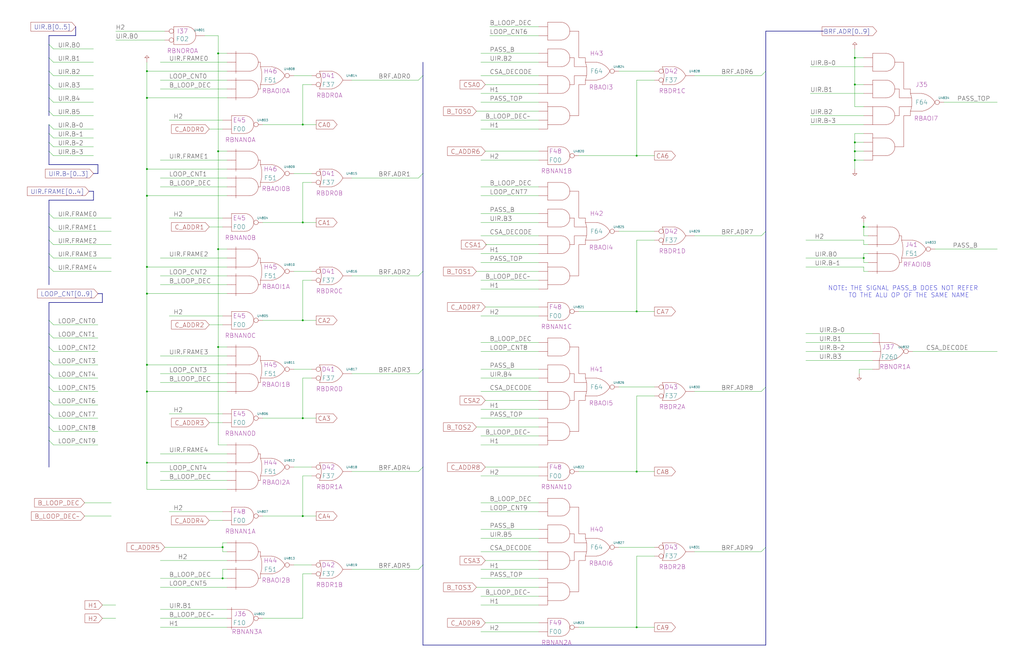
<source format=kicad_sch>
(kicad_sch (version 20211123) (generator eeschema)
  (paper "User" 584.2 378.46)
  (title_block (title "REGISTER FILE CONTROL\\nB ADDRESS GENERATION") (date "15-MAR-90") (rev "1.0") (comment 1 "TYPE") (comment 2 "232-003062") (comment 3 "S400") (comment 4 "RELEASED"))
  (bus (pts (xy 241.3 154.94) (xy 241.3 210.82)))
  (bus (pts (xy 241.3 210.82) (xy 241.3 266.7)))
  (bus (pts (xy 241.3 266.7) (xy 241.3 322.58)))
  (bus (pts (xy 241.3 322.58) (xy 241.3 368.3)))
  (bus (pts (xy 241.3 35.56) (xy 241.3 43.18)))
  (bus (pts (xy 241.3 368.3) (xy 436.88 368.3)))
  (bus (pts (xy 241.3 43.18) (xy 241.3 99.06)))
  (bus (pts (xy 241.3 99.06) (xy 241.3 154.94)))
  (bus (pts (xy 27.94 114.3) (xy 27.94 121.92)))
  (bus (pts (xy 27.94 121.92) (xy 27.94 129.54)))
  (bus (pts (xy 27.94 129.54) (xy 27.94 137.16)))
  (bus (pts (xy 27.94 137.16) (xy 27.94 144.78)))
  (bus (pts (xy 27.94 144.78) (xy 27.94 152.4)))
  (bus (pts (xy 27.94 152.4) (xy 27.94 162.56)))
  (bus (pts (xy 27.94 172.72) (xy 27.94 182.88)))
  (bus (pts (xy 27.94 182.88) (xy 27.94 190.5)))
  (bus (pts (xy 27.94 190.5) (xy 27.94 198.12)))
  (bus (pts (xy 27.94 198.12) (xy 27.94 205.74)))
  (bus (pts (xy 27.94 20.32) (xy 27.94 25.4)))
  (bus (pts (xy 27.94 205.74) (xy 27.94 213.36)))
  (bus (pts (xy 27.94 213.36) (xy 27.94 220.98)))
  (bus (pts (xy 27.94 220.98) (xy 27.94 228.6)))
  (bus (pts (xy 27.94 228.6) (xy 27.94 236.22)))
  (bus (pts (xy 27.94 236.22) (xy 27.94 243.84)))
  (bus (pts (xy 27.94 243.84) (xy 27.94 251.46)))
  (bus (pts (xy 27.94 25.4) (xy 27.94 33.02)))
  (bus (pts (xy 27.94 251.46) (xy 27.94 266.7)))
  (bus (pts (xy 27.94 33.02) (xy 27.94 40.64)))
  (bus (pts (xy 27.94 40.64) (xy 27.94 48.26)))
  (bus (pts (xy 27.94 48.26) (xy 27.94 55.88)))
  (bus (pts (xy 27.94 55.88) (xy 27.94 63.5)))
  (bus (pts (xy 27.94 63.5) (xy 27.94 66.04)))
  (bus (pts (xy 27.94 71.12) (xy 27.94 76.2)))
  (bus (pts (xy 27.94 76.2) (xy 27.94 81.28)))
  (bus (pts (xy 27.94 81.28) (xy 27.94 86.36)))
  (bus (pts (xy 27.94 86.36) (xy 27.94 93.98)))
  (bus (pts (xy 43.18 15.24) (xy 43.18 20.32)))
  (bus (pts (xy 43.18 20.32) (xy 27.94 20.32)))
  (bus (pts (xy 436.88 132.08) (xy 436.88 220.98)))
  (bus (pts (xy 436.88 17.78) (xy 436.88 40.64)))
  (bus (pts (xy 436.88 17.78) (xy 469.9 17.78)))
  (bus (pts (xy 436.88 220.98) (xy 436.88 312.42)))
  (bus (pts (xy 436.88 312.42) (xy 436.88 368.3)))
  (bus (pts (xy 436.88 40.64) (xy 436.88 132.08)))
  (bus (pts (xy 50.8 109.22) (xy 53.34 109.22)))
  (bus (pts (xy 53.34 109.22) (xy 53.34 114.3)))
  (bus (pts (xy 53.34 114.3) (xy 27.94 114.3)))
  (bus (pts (xy 53.34 99.06) (xy 55.88 99.06)))
  (bus (pts (xy 55.88 167.64) (xy 58.42 167.64)))
  (bus (pts (xy 55.88 93.98) (xy 27.94 93.98)))
  (bus (pts (xy 55.88 99.06) (xy 55.88 93.98)))
  (bus (pts (xy 58.42 167.64) (xy 58.42 172.72)))
  (bus (pts (xy 58.42 172.72) (xy 27.94 172.72)))
  (wire (pts (xy 116.84 20.32) (xy 124.46 20.32)))
  (wire (pts (xy 119.38 129.54) (xy 127 129.54)))
  (wire (pts (xy 119.38 185.42) (xy 127 185.42)))
  (wire (pts (xy 119.38 241.3) (xy 127 241.3)))
  (wire (pts (xy 119.38 297.18) (xy 127 297.18)))
  (wire (pts (xy 119.38 73.66) (xy 127 73.66)))
  (wire (pts (xy 124.46 142.24) (xy 124.46 198.12)))
  (wire (pts (xy 124.46 142.24) (xy 129.54 142.24)))
  (wire (pts (xy 124.46 198.12) (xy 124.46 254)))
  (wire (pts (xy 124.46 198.12) (xy 129.54 198.12)))
  (wire (pts (xy 124.46 20.32) (xy 124.46 30.48)))
  (wire (pts (xy 124.46 254) (xy 129.54 254)))
  (wire (pts (xy 124.46 30.48) (xy 124.46 86.36)))
  (wire (pts (xy 124.46 30.48) (xy 129.54 30.48)))
  (wire (pts (xy 124.46 86.36) (xy 124.46 142.24)))
  (wire (pts (xy 124.46 86.36) (xy 129.54 86.36)))
  (wire (pts (xy 127 309.88) (xy 129.54 309.88)))
  (wire (pts (xy 127 312.42) (xy 127 309.88)))
  (wire (pts (xy 127 314.96) (xy 127 312.42)))
  (wire (pts (xy 127 325.12) (xy 127 330.2)))
  (wire (pts (xy 127 330.2) (xy 129.54 330.2)))
  (wire (pts (xy 129.54 111.76) (xy 83.82 111.76)))
  (wire (pts (xy 129.54 167.64) (xy 83.82 167.64)))
  (wire (pts (xy 129.54 223.52) (xy 83.82 223.52)))
  (wire (pts (xy 129.54 279.4) (xy 83.82 279.4)))
  (wire (pts (xy 129.54 314.96) (xy 127 314.96)))
  (wire (pts (xy 129.54 325.12) (xy 127 325.12)))
  (wire (pts (xy 129.54 55.88) (xy 83.82 55.88)))
  (wire (pts (xy 149.86 127) (xy 172.72 127)))
  (wire (pts (xy 149.86 182.88) (xy 172.72 182.88)))
  (wire (pts (xy 149.86 238.76) (xy 172.72 238.76)))
  (wire (pts (xy 149.86 294.64) (xy 172.72 294.64)))
  (wire (pts (xy 149.86 353.06) (xy 172.72 353.06)))
  (wire (pts (xy 149.86 71.12) (xy 172.72 71.12)))
  (wire (pts (xy 167.64 154.94) (xy 177.8 154.94)))
  (wire (pts (xy 167.64 210.82) (xy 177.8 210.82)))
  (wire (pts (xy 167.64 266.7) (xy 177.8 266.7)))
  (wire (pts (xy 167.64 322.58) (xy 177.8 322.58)))
  (wire (pts (xy 167.64 43.18) (xy 177.8 43.18)))
  (wire (pts (xy 167.64 99.06) (xy 177.8 99.06)))
  (wire (pts (xy 172.72 104.14) (xy 172.72 127)))
  (wire (pts (xy 172.72 127) (xy 180.34 127)))
  (wire (pts (xy 172.72 160.02) (xy 172.72 182.88)))
  (wire (pts (xy 172.72 182.88) (xy 180.34 182.88)))
  (wire (pts (xy 172.72 215.9) (xy 172.72 238.76)))
  (wire (pts (xy 172.72 238.76) (xy 180.34 238.76)))
  (wire (pts (xy 172.72 271.78) (xy 172.72 294.64)))
  (wire (pts (xy 172.72 294.64) (xy 180.34 294.64)))
  (wire (pts (xy 172.72 327.66) (xy 172.72 353.06)))
  (wire (pts (xy 172.72 48.26) (xy 172.72 71.12)))
  (wire (pts (xy 172.72 71.12) (xy 180.34 71.12)))
  (wire (pts (xy 177.8 104.14) (xy 172.72 104.14)))
  (wire (pts (xy 177.8 160.02) (xy 172.72 160.02)))
  (wire (pts (xy 177.8 215.9) (xy 172.72 215.9)))
  (wire (pts (xy 177.8 271.78) (xy 172.72 271.78)))
  (wire (pts (xy 177.8 327.66) (xy 172.72 327.66)))
  (wire (pts (xy 177.8 48.26) (xy 172.72 48.26)))
  (wire (pts (xy 200.66 101.6) (xy 238.76 101.6)))
  (wire (pts (xy 200.66 157.48) (xy 238.76 157.48)))
  (wire (pts (xy 200.66 213.36) (xy 238.76 213.36)))
  (wire (pts (xy 200.66 269.24) (xy 238.76 269.24)))
  (wire (pts (xy 200.66 325.12) (xy 238.76 325.12)))
  (wire (pts (xy 200.66 45.72) (xy 238.76 45.72)))
  (wire (pts (xy 271.78 154.94) (xy 307.34 154.94)))
  (wire (pts (xy 271.78 243.84) (xy 307.34 243.84)))
  (wire (pts (xy 271.78 335.28) (xy 307.34 335.28)))
  (wire (pts (xy 271.78 63.5) (xy 307.34 63.5)))
  (wire (pts (xy 274.32 106.68) (xy 307.34 106.68)))
  (wire (pts (xy 274.32 111.76) (xy 307.34 111.76)))
  (wire (pts (xy 274.32 121.92) (xy 307.34 121.92)))
  (wire (pts (xy 274.32 127) (xy 307.34 127)))
  (wire (pts (xy 274.32 134.62) (xy 307.34 134.62)))
  (wire (pts (xy 274.32 144.78) (xy 307.34 144.78)))
  (wire (pts (xy 274.32 149.86) (xy 307.34 149.86)))
  (wire (pts (xy 274.32 160.02) (xy 307.34 160.02)))
  (wire (pts (xy 274.32 165.1) (xy 307.34 165.1)))
  (wire (pts (xy 274.32 180.34) (xy 307.34 180.34)))
  (wire (pts (xy 274.32 195.58) (xy 307.34 195.58)))
  (wire (pts (xy 274.32 200.66) (xy 307.34 200.66)))
  (wire (pts (xy 274.32 210.82) (xy 307.34 210.82)))
  (wire (pts (xy 274.32 215.9) (xy 307.34 215.9)))
  (wire (pts (xy 274.32 223.52) (xy 307.34 223.52)))
  (wire (pts (xy 274.32 233.68) (xy 307.34 233.68)))
  (wire (pts (xy 274.32 238.76) (xy 307.34 238.76)))
  (wire (pts (xy 274.32 248.92) (xy 307.34 248.92)))
  (wire (pts (xy 274.32 254) (xy 307.34 254)))
  (wire (pts (xy 274.32 271.78) (xy 307.34 271.78)))
  (wire (pts (xy 274.32 287.02) (xy 307.34 287.02)))
  (wire (pts (xy 274.32 292.1) (xy 307.34 292.1)))
  (wire (pts (xy 274.32 30.48) (xy 307.34 30.48)))
  (wire (pts (xy 274.32 302.26) (xy 307.34 302.26)))
  (wire (pts (xy 274.32 307.34) (xy 307.34 307.34)))
  (wire (pts (xy 274.32 314.96) (xy 307.34 314.96)))
  (wire (pts (xy 274.32 325.12) (xy 307.34 325.12)))
  (wire (pts (xy 274.32 330.2) (xy 307.34 330.2)))
  (wire (pts (xy 274.32 340.36) (xy 307.34 340.36)))
  (wire (pts (xy 274.32 345.44) (xy 307.34 345.44)))
  (wire (pts (xy 274.32 35.56) (xy 307.34 35.56)))
  (wire (pts (xy 274.32 360.68) (xy 307.34 360.68)))
  (wire (pts (xy 274.32 43.18) (xy 307.34 43.18)))
  (wire (pts (xy 274.32 53.34) (xy 307.34 53.34)))
  (wire (pts (xy 274.32 58.42) (xy 307.34 58.42)))
  (wire (pts (xy 274.32 68.58) (xy 307.34 68.58)))
  (wire (pts (xy 274.32 73.66) (xy 307.34 73.66)))
  (wire (pts (xy 274.32 91.44) (xy 307.34 91.44)))
  (wire (pts (xy 276.86 139.7) (xy 307.34 139.7)))
  (wire (pts (xy 276.86 175.26) (xy 307.34 175.26)))
  (wire (pts (xy 276.86 228.6) (xy 307.34 228.6)))
  (wire (pts (xy 276.86 266.7) (xy 307.34 266.7)))
  (wire (pts (xy 276.86 320.04) (xy 307.34 320.04)))
  (wire (pts (xy 276.86 355.6) (xy 307.34 355.6)))
  (wire (pts (xy 276.86 48.26) (xy 307.34 48.26)))
  (wire (pts (xy 276.86 86.36) (xy 307.34 86.36)))
  (wire (pts (xy 279.4 15.24) (xy 307.34 15.24)))
  (wire (pts (xy 279.4 20.32) (xy 307.34 20.32)))
  (wire (pts (xy 30.48 124.46) (xy 63.5 124.46)))
  (wire (pts (xy 30.48 132.08) (xy 63.5 132.08)))
  (wire (pts (xy 30.48 139.7) (xy 63.5 139.7)))
  (wire (pts (xy 30.48 147.32) (xy 63.5 147.32)))
  (wire (pts (xy 30.48 154.94) (xy 63.5 154.94)))
  (wire (pts (xy 30.48 185.42) (xy 55.88 185.42)))
  (wire (pts (xy 30.48 193.04) (xy 55.88 193.04)))
  (wire (pts (xy 30.48 200.66) (xy 55.88 200.66)))
  (wire (pts (xy 30.48 208.28) (xy 55.88 208.28)))
  (wire (pts (xy 30.48 215.9) (xy 55.88 215.9)))
  (wire (pts (xy 30.48 223.52) (xy 55.88 223.52)))
  (wire (pts (xy 30.48 231.14) (xy 55.88 231.14)))
  (wire (pts (xy 30.48 238.76) (xy 55.88 238.76)))
  (wire (pts (xy 30.48 246.38) (xy 55.88 246.38)))
  (wire (pts (xy 30.48 254) (xy 55.88 254)))
  (wire (pts (xy 30.48 27.94) (xy 53.34 27.94)))
  (wire (pts (xy 30.48 35.56) (xy 53.34 35.56)))
  (wire (pts (xy 30.48 43.18) (xy 53.34 43.18)))
  (wire (pts (xy 30.48 50.8) (xy 53.34 50.8)))
  (wire (pts (xy 30.48 58.42) (xy 53.34 58.42)))
  (wire (pts (xy 30.48 66.04) (xy 53.34 66.04)))
  (wire (pts (xy 30.48 73.66) (xy 53.34 73.66)))
  (wire (pts (xy 30.48 78.74) (xy 53.34 78.74)))
  (wire (pts (xy 30.48 83.82) (xy 53.34 83.82)))
  (wire (pts (xy 30.48 88.9) (xy 53.34 88.9)))
  (wire (pts (xy 330.2 177.8) (xy 363.22 177.8)))
  (wire (pts (xy 330.2 269.24) (xy 363.22 269.24)))
  (wire (pts (xy 330.2 358.14) (xy 363.22 358.14)))
  (wire (pts (xy 330.2 88.9) (xy 363.22 88.9)))
  (wire (pts (xy 353.06 132.08) (xy 373.38 132.08)))
  (wire (pts (xy 353.06 220.98) (xy 373.38 220.98)))
  (wire (pts (xy 353.06 312.42) (xy 373.38 312.42)))
  (wire (pts (xy 353.06 40.64) (xy 373.38 40.64)))
  (wire (pts (xy 363.22 137.16) (xy 363.22 177.8)))
  (wire (pts (xy 363.22 177.8) (xy 373.38 177.8)))
  (wire (pts (xy 363.22 226.06) (xy 363.22 269.24)))
  (wire (pts (xy 363.22 269.24) (xy 373.38 269.24)))
  (wire (pts (xy 363.22 317.5) (xy 363.22 358.14)))
  (wire (pts (xy 363.22 358.14) (xy 373.38 358.14)))
  (wire (pts (xy 363.22 45.72) (xy 363.22 88.9)))
  (wire (pts (xy 363.22 88.9) (xy 373.38 88.9)))
  (wire (pts (xy 373.38 137.16) (xy 363.22 137.16)))
  (wire (pts (xy 373.38 226.06) (xy 363.22 226.06)))
  (wire (pts (xy 373.38 317.5) (xy 363.22 317.5)))
  (wire (pts (xy 373.38 45.72) (xy 363.22 45.72)))
  (wire (pts (xy 396.24 134.62) (xy 434.34 134.62)))
  (wire (pts (xy 396.24 223.52) (xy 434.34 223.52)))
  (wire (pts (xy 396.24 314.96) (xy 434.34 314.96)))
  (wire (pts (xy 396.24 43.18) (xy 434.34 43.18)))
  (wire (pts (xy 459.74 137.16) (xy 492.76 137.16)))
  (wire (pts (xy 459.74 147.32) (xy 492.76 147.32)))
  (wire (pts (xy 459.74 152.4) (xy 492.76 152.4)))
  (wire (pts (xy 459.74 190.5) (xy 497.84 190.5)))
  (wire (pts (xy 459.74 195.58) (xy 497.84 195.58)))
  (wire (pts (xy 459.74 200.66) (xy 497.84 200.66)))
  (wire (pts (xy 459.74 205.74) (xy 497.84 205.74)))
  (wire (pts (xy 462.28 38.1) (xy 492.76 38.1)))
  (wire (pts (xy 462.28 53.34) (xy 492.76 53.34)))
  (wire (pts (xy 462.28 66.04) (xy 492.76 66.04)))
  (wire (pts (xy 462.28 71.12) (xy 492.76 71.12)))
  (wire (pts (xy 48.26 287.02) (xy 63.5 287.02)))
  (wire (pts (xy 48.26 294.64) (xy 63.5 294.64)))
  (wire (pts (xy 487.68 33.02) (xy 487.68 27.94)))
  (wire (pts (xy 487.68 33.02) (xy 492.76 33.02)))
  (wire (pts (xy 487.68 48.26) (xy 487.68 33.02)))
  (wire (pts (xy 487.68 48.26) (xy 492.76 48.26)))
  (wire (pts (xy 487.68 60.96) (xy 487.68 48.26)))
  (wire (pts (xy 487.68 76.2) (xy 487.68 81.28)))
  (wire (pts (xy 487.68 81.28) (xy 487.68 86.36)))
  (wire (pts (xy 487.68 81.28) (xy 492.76 81.28)))
  (wire (pts (xy 487.68 86.36) (xy 487.68 91.44)))
  (wire (pts (xy 487.68 86.36) (xy 492.76 86.36)))
  (wire (pts (xy 487.68 91.44) (xy 487.68 96.52)))
  (wire (pts (xy 487.68 91.44) (xy 492.76 91.44)))
  (wire (pts (xy 490.22 210.82) (xy 490.22 213.36)))
  (wire (pts (xy 492.76 127) (xy 492.76 129.54)))
  (wire (pts (xy 492.76 129.54) (xy 495.3 129.54)))
  (wire (pts (xy 492.76 134.62) (xy 492.76 129.54)))
  (wire (pts (xy 492.76 139.7) (xy 492.76 137.16)))
  (wire (pts (xy 492.76 144.78) (xy 495.3 144.78)))
  (wire (pts (xy 492.76 147.32) (xy 492.76 144.78)))
  (wire (pts (xy 492.76 149.86) (xy 492.76 147.32)))
  (wire (pts (xy 492.76 154.94) (xy 492.76 152.4)))
  (wire (pts (xy 492.76 60.96) (xy 487.68 60.96)))
  (wire (pts (xy 492.76 76.2) (xy 487.68 76.2)))
  (wire (pts (xy 495.3 134.62) (xy 492.76 134.62)))
  (wire (pts (xy 495.3 139.7) (xy 492.76 139.7)))
  (wire (pts (xy 495.3 149.86) (xy 492.76 149.86)))
  (wire (pts (xy 495.3 154.94) (xy 492.76 154.94)))
  (wire (pts (xy 497.84 210.82) (xy 490.22 210.82)))
  (wire (pts (xy 520.7 200.66) (xy 568.96 200.66)))
  (wire (pts (xy 533.4 142.24) (xy 568.96 142.24)))
  (wire (pts (xy 538.48 58.42) (xy 568.96 58.42)))
  (wire (pts (xy 58.42 345.44) (xy 66.04 345.44)))
  (wire (pts (xy 58.42 353.06) (xy 66.04 353.06)))
  (wire (pts (xy 66.04 17.78) (xy 93.98 17.78)))
  (wire (pts (xy 66.04 22.86) (xy 93.98 22.86)))
  (wire (pts (xy 83.82 111.76) (xy 83.82 152.4)))
  (wire (pts (xy 83.82 152.4) (xy 129.54 152.4)))
  (wire (pts (xy 83.82 152.4) (xy 83.82 167.64)))
  (wire (pts (xy 83.82 167.64) (xy 83.82 208.28)))
  (wire (pts (xy 83.82 208.28) (xy 129.54 208.28)))
  (wire (pts (xy 83.82 208.28) (xy 83.82 223.52)))
  (wire (pts (xy 83.82 223.52) (xy 83.82 264.16)))
  (wire (pts (xy 83.82 264.16) (xy 129.54 264.16)))
  (wire (pts (xy 83.82 264.16) (xy 83.82 279.4)))
  (wire (pts (xy 83.82 35.56) (xy 83.82 40.64)))
  (wire (pts (xy 83.82 40.64) (xy 129.54 40.64)))
  (wire (pts (xy 83.82 40.64) (xy 83.82 55.88)))
  (wire (pts (xy 83.82 55.88) (xy 83.82 96.52)))
  (wire (pts (xy 83.82 96.52) (xy 129.54 96.52)))
  (wire (pts (xy 83.82 96.52) (xy 83.82 111.76)))
  (wire (pts (xy 91.44 101.6) (xy 129.54 101.6)))
  (wire (pts (xy 91.44 106.68) (xy 129.54 106.68)))
  (wire (pts (xy 91.44 147.32) (xy 129.54 147.32)))
  (wire (pts (xy 91.44 157.48) (xy 129.54 157.48)))
  (wire (pts (xy 91.44 162.56) (xy 129.54 162.56)))
  (wire (pts (xy 91.44 203.2) (xy 129.54 203.2)))
  (wire (pts (xy 91.44 213.36) (xy 129.54 213.36)))
  (wire (pts (xy 91.44 218.44) (xy 129.54 218.44)))
  (wire (pts (xy 91.44 259.08) (xy 129.54 259.08)))
  (wire (pts (xy 91.44 269.24) (xy 129.54 269.24)))
  (wire (pts (xy 91.44 274.32) (xy 129.54 274.32)))
  (wire (pts (xy 91.44 320.04) (xy 129.54 320.04)))
  (wire (pts (xy 91.44 330.2) (xy 127 330.2)))
  (wire (pts (xy 91.44 335.28) (xy 129.54 335.28)))
  (wire (pts (xy 91.44 347.98) (xy 129.54 347.98)))
  (wire (pts (xy 91.44 35.56) (xy 129.54 35.56)))
  (wire (pts (xy 91.44 353.06) (xy 129.54 353.06)))
  (wire (pts (xy 91.44 358.14) (xy 129.54 358.14)))
  (wire (pts (xy 91.44 45.72) (xy 129.54 45.72)))
  (wire (pts (xy 91.44 50.8) (xy 129.54 50.8)))
  (wire (pts (xy 91.44 91.44) (xy 129.54 91.44)))
  (wire (pts (xy 93.98 312.42) (xy 127 312.42)))
  (wire (pts (xy 96.52 124.46) (xy 127 124.46)))
  (wire (pts (xy 96.52 180.34) (xy 127 180.34)))
  (wire (pts (xy 96.52 236.22) (xy 127 236.22)))
  (wire (pts (xy 96.52 292.1) (xy 127 292.1)))
  (wire (pts (xy 96.52 68.58) (xy 127 68.58)))
  (bus_entry (at 27.94 25.4) (size 2.54 2.54))
  (bus_entry (at 27.94 33.02) (size 2.54 2.54))
  (bus_entry (at 27.94 40.64) (size 2.54 2.54))
  (bus_entry (at 27.94 48.26) (size 2.54 2.54))
  (bus_entry (at 27.94 55.88) (size 2.54 2.54))
  (bus_entry (at 27.94 63.5) (size 2.54 2.54))
  (bus_entry (at 27.94 71.12) (size 2.54 2.54))
  (bus_entry (at 27.94 76.2) (size 2.54 2.54))
  (bus_entry (at 27.94 81.28) (size 2.54 2.54))
  (bus_entry (at 27.94 86.36) (size 2.54 2.54))
  (bus_entry (at 27.94 121.92) (size 2.54 2.54))
  (bus_entry (at 27.94 129.54) (size 2.54 2.54))
  (bus_entry (at 27.94 137.16) (size 2.54 2.54))
  (bus_entry (at 27.94 144.78) (size 2.54 2.54))
  (bus_entry (at 27.94 152.4) (size 2.54 2.54))
  (bus_entry (at 27.94 182.88) (size 2.54 2.54))
  (bus_entry (at 27.94 190.5) (size 2.54 2.54))
  (bus_entry (at 27.94 198.12) (size 2.54 2.54))
  (bus_entry (at 27.94 205.74) (size 2.54 2.54))
  (bus_entry (at 27.94 213.36) (size 2.54 2.54))
  (bus_entry (at 27.94 220.98) (size 2.54 2.54))
  (bus_entry (at 27.94 228.6) (size 2.54 2.54))
  (bus_entry (at 27.94 236.22) (size 2.54 2.54))
  (bus_entry (at 27.94 243.84) (size 2.54 2.54))
  (bus_entry (at 27.94 251.46) (size 2.54 2.54))
  (label "UIR.B0" (at 33.02 27.94 0) (effects (font (size 2.54 2.54))))
  (label "UIR.B1" (at 33.02 35.56 0) (effects (font (size 2.54 2.54))))
  (label "UIR.B2" (at 33.02 43.18 0) (effects (font (size 2.54 2.54))))
  (label "UIR.B3" (at 33.02 50.8 0) (effects (font (size 2.54 2.54))))
  (label "UIR.B4" (at 33.02 58.42 0) (effects (font (size 2.54 2.54))))
  (label "UIR.B5" (at 33.02 66.04 0) (effects (font (size 2.54 2.54))))
  (label "UIR.B~0" (at 33.02 73.66 0) (effects (font (size 2.54 2.54))))
  (label "UIR.B~1" (at 33.02 78.74 0) (effects (font (size 2.54 2.54))))
  (label "UIR.B~2" (at 33.02 83.82 0) (effects (font (size 2.54 2.54))))
  (label "UIR.B~3" (at 33.02 88.9 0) (effects (font (size 2.54 2.54))))
  (label "UIR.FRAME0" (at 33.02 124.46 0) (effects (font (size 2.54 2.54))))
  (label "UIR.FRAME1" (at 33.02 132.08 0) (effects (font (size 2.54 2.54))))
  (label "UIR.FRAME2" (at 33.02 139.7 0) (effects (font (size 2.54 2.54))))
  (label "UIR.FRAME3" (at 33.02 147.32 0) (effects (font (size 2.54 2.54))))
  (label "UIR.FRAME4" (at 33.02 154.94 0) (effects (font (size 2.54 2.54))))
  (label "LOOP_CNT0" (at 33.02 185.42 0) (effects (font (size 2.54 2.54))))
  (label "LOOP_CNT1" (at 33.02 193.04 0) (effects (font (size 2.54 2.54))))
  (label "LOOP_CNT2" (at 33.02 200.66 0) (effects (font (size 2.54 2.54))))
  (label "LOOP_CNT3" (at 33.02 208.28 0) (effects (font (size 2.54 2.54))))
  (label "LOOP_CNT4" (at 33.02 215.9 0) (effects (font (size 2.54 2.54))))
  (label "LOOP_CNT5" (at 33.02 223.52 0) (effects (font (size 2.54 2.54))))
  (label "LOOP_CNT6" (at 33.02 231.14 0) (effects (font (size 2.54 2.54))))
  (label "LOOP_CNT7" (at 33.02 238.76 0) (effects (font (size 2.54 2.54))))
  (label "LOOP_CNT8" (at 33.02 246.38 0) (effects (font (size 2.54 2.54))))
  (label "LOOP_CNT9" (at 33.02 254 0) (effects (font (size 2.54 2.54))))
  (global_label "UIR.B[0..5]" (shape input) (at 43.18 15.24 180) (effects (font (size 2.54 2.54))) (property "Intersheet References" "${INTERSHEET_REFS}" (at 17.913 15.0813 0) (effects (font (size 2.54 2.54)) (justify right))))
  (global_label "B_LOOP_DEC" (shape input) (at 48.26 287.02 180) (effects (font (size 2.54 2.54))) (property "Intersheet References" "${INTERSHEET_REFS}" (at 20.0902 286.8613 0) (effects (font (size 2.54 2.54)) (justify right))))
  (global_label "B_LOOP_DEC~" (shape input) (at 48.26 294.64 180) (effects (font (size 2.54 2.54))) (property "Intersheet References" "${INTERSHEET_REFS}" (at 18.2759 294.4813 0) (effects (font (size 2.54 2.54)) (justify right))))
  (global_label "UIR.FRAME[0..4]" (shape input) (at 50.8 109.22 180) (effects (font (size 2.54 2.54))) (property "Intersheet References" "${INTERSHEET_REFS}" (at 15.615 109.0613 0) (effects (font (size 2.54 2.54)) (justify right))))
  (global_label "UIR.B~[0..3]" (shape input) (at 53.34 99.06 180) (effects (font (size 2.54 2.54))) (property "Intersheet References" "${INTERSHEET_REFS}" (at 25.8959 98.9013 0) (effects (font (size 2.54 2.54)) (justify right))))
  (global_label "LOOP_CNT[0..9]" (shape input) (at 55.88 167.64 180) (effects (font (size 2.54 2.54))) (property "Intersheet References" "${INTERSHEET_REFS}" (at 21.4207 167.4813 0) (effects (font (size 2.54 2.54)) (justify right))))
  (global_label "H1" (shape input) (at 58.42 345.44 180) (effects (font (size 2.54 2.54))) (property "Intersheet References" "${INTERSHEET_REFS}" (at 48.514 345.2813 0) (effects (font (size 2.54 2.54)) (justify right))))
  (global_label "H2" (shape input) (at 58.42 353.06 180) (effects (font (size 2.54 2.54))) (property "Intersheet References" "${INTERSHEET_REFS}" (at 48.514 352.9013 0) (effects (font (size 2.54 2.54)) (justify right))))
  (label "H2" (at 66.04 17.78 0) (effects (font (size 2.54 2.54))))
  (label "UIR.B0" (at 66.04 22.86 0) (effects (font (size 2.54 2.54))))
  (symbol (lib_id "r1000:PU") (at 83.82 35.56 0) (unit 1)
    (property "Reference" "#PWR04801" (effects hide))
    (property "Value" "PU" (effects hide))
  )
  (junction (at 83.82 40.64))
  (junction (at 83.82 55.88))
  (junction (at 83.82 96.52))
  (junction (at 83.82 111.76))
  (junction (at 83.82 152.4))
  (junction (at 83.82 167.64))
  (junction (at 83.82 208.28))
  (junction (at 83.82 223.52))
  (junction (at 83.82 264.16))
  (global_label "C_ADDR5" (shape input) (at 93.98 312.42 180) (effects (font (size 2.54 2.54))) (property "Intersheet References" "${INTERSHEET_REFS}" (at 72.4626 312.2613 0) (effects (font (size 2.54 2.54)) (justify right))))
  (label "UIR.FRAME0" (at 96.52 35.56 0) (effects (font (size 2.54 2.54))))
  (label "LOOP_CNT0" (at 96.52 45.72 0) (effects (font (size 2.54 2.54))))
  (label "B_LOOP_DEC" (at 96.52 50.8 0) (effects (font (size 2.54 2.54))))
  (label "UIR.FRAME1" (at 96.52 91.44 0) (effects (font (size 2.54 2.54))))
  (label "LOOP_CNT1" (at 96.52 101.6 0) (effects (font (size 2.54 2.54))))
  (label "B_LOOP_DEC" (at 96.52 106.68 0) (effects (font (size 2.54 2.54))))
  (label "UIR.FRAME2" (at 96.52 147.32 0) (effects (font (size 2.54 2.54))))
  (label "LOOP_CNT2" (at 96.52 157.48 0) (effects (font (size 2.54 2.54))))
  (label "B_LOOP_DEC" (at 96.52 162.56 0) (effects (font (size 2.54 2.54))))
  (label "UIR.FRAME3" (at 96.52 203.2 0) (effects (font (size 2.54 2.54))))
  (label "LOOP_CNT3" (at 96.52 213.36 0) (effects (font (size 2.54 2.54))))
  (label "B_LOOP_DEC" (at 96.52 218.44 0) (effects (font (size 2.54 2.54))))
  (label "UIR.FRAME4" (at 96.52 259.08 0) (effects (font (size 2.54 2.54))))
  (label "LOOP_CNT4" (at 96.52 269.24 0) (effects (font (size 2.54 2.54))))
  (label "B_LOOP_DEC" (at 96.52 274.32 0) (effects (font (size 2.54 2.54))))
  (label "B_LOOP_DEC" (at 96.52 330.2 0) (effects (font (size 2.54 2.54))))
  (label "LOOP_CNT5" (at 96.52 335.28 0) (effects (font (size 2.54 2.54))))
  (label "UIR.B1" (at 96.52 347.98 0) (effects (font (size 2.54 2.54))))
  (label "B_LOOP_DEC~" (at 96.52 353.06 0) (effects (font (size 2.54 2.54))))
  (label "H1" (at 96.52 358.14 0) (effects (font (size 2.54 2.54))))
  (label "H2" (at 99.06 68.58 0) (effects (font (size 2.54 2.54))))
  (label "H2" (at 99.06 124.46 0) (effects (font (size 2.54 2.54))))
  (label "H2" (at 99.06 180.34 0) (effects (font (size 2.54 2.54))))
  (label "H2" (at 99.06 236.22 0) (effects (font (size 2.54 2.54))))
  (label "H2" (at 99.06 292.1 0) (effects (font (size 2.54 2.54))))
  (symbol (lib_id "r1000:F02") (at 101.6 17.78 0) (unit 1) (convert 2)
    (property "Reference" "U4801" (at 113.76 17.145 0))
    (property "Value" "F02" (at 100.33 22.225 0) (effects (font (size 2.54 2.54)) (justify left)))
    (property "Location" "I37" (at 104.14 17.78 0) (effects (font (size 2.54 2.54))))
    (property "Name" "RBNOR0A" (at 104.14 30.48 0) (effects (font (size 2.54 2.54)) (justify bottom)))
  )
  (label "H2" (at 101.6 320.04 0) (effects (font (size 2.54 2.54))))
  (global_label "C_ADDR0" (shape input) (at 119.38 73.66 180) (effects (font (size 2.54 2.54))) (property "Intersheet References" "${INTERSHEET_REFS}" (at 97.8626 73.5013 0) (effects (font (size 2.54 2.54)) (justify right))))
  (global_label "C_ADDR1" (shape input) (at 119.38 129.54 180) (effects (font (size 2.54 2.54))) (property "Intersheet References" "${INTERSHEET_REFS}" (at 99.7978 129.3813 0) (effects (font (size 2.54 2.54)) (justify right))))
  (global_label "C_ADDR2" (shape input) (at 119.38 185.42 180) (effects (font (size 2.54 2.54))) (property "Intersheet References" "${INTERSHEET_REFS}" (at 97.8626 185.2613 0) (effects (font (size 2.54 2.54)) (justify right))))
  (global_label "C_ADDR3" (shape input) (at 119.38 241.3 180) (effects (font (size 2.54 2.54))) (property "Intersheet References" "${INTERSHEET_REFS}" (at 97.8626 241.1413 0) (effects (font (size 2.54 2.54)) (justify right))))
  (global_label "C_ADDR4" (shape input) (at 119.38 297.18 180) (effects (font (size 2.54 2.54))) (property "Intersheet References" "${INTERSHEET_REFS}" (at 97.8626 297.0213 0) (effects (font (size 2.54 2.54)) (justify right))))
  (junction (at 124.46 30.48))
  (junction (at 124.46 86.36))
  (junction (at 124.46 142.24))
  (junction (at 124.46 198.12))
  (junction (at 127 312.42))
  (junction (at 127 330.2))
  (symbol (lib_id "r1000:F00") (at 134.62 68.58 0) (unit 1)
    (property "Reference" "U4803" (at 149.86 68.58 0))
    (property "Value" "F00" (at 136.525 73.66 0) (effects (font (size 2.54 2.54))))
    (property "Location" "E45" (at 136.525 68.58 0) (effects (font (size 2.54 2.54))))
    (property "Name" "RBNAN0A" (at 137.16 81.28 0) (effects (font (size 2.54 2.54)) (justify bottom)))
  )
  (symbol (lib_id "r1000:F00") (at 134.62 124.46 0) (unit 1)
    (property "Reference" "U4804" (at 149.86 124.46 0))
    (property "Value" "F00" (at 136.525 129.54 0) (effects (font (size 2.54 2.54))))
    (property "Location" "E45" (at 136.525 124.46 0) (effects (font (size 2.54 2.54))))
    (property "Name" "RBNAN0B" (at 137.16 137.16 0) (effects (font (size 2.54 2.54)) (justify bottom)))
  )
  (symbol (lib_id "r1000:F00") (at 134.62 180.34 0) (unit 1)
    (property "Reference" "U4805" (at 149.86 180.34 0))
    (property "Value" "F00" (at 136.525 185.42 0) (effects (font (size 2.54 2.54))))
    (property "Location" "E45" (at 136.525 180.34 0) (effects (font (size 2.54 2.54))))
    (property "Name" "RBNAN0C" (at 137.16 193.04 0) (effects (font (size 2.54 2.54)) (justify bottom)))
  )
  (symbol (lib_id "r1000:F00") (at 134.62 236.22 0) (unit 1)
    (property "Reference" "U4806" (at 149.86 236.22 0))
    (property "Value" "F00" (at 136.525 241.3 0) (effects (font (size 2.54 2.54))))
    (property "Location" "E45" (at 136.525 236.22 0) (effects (font (size 2.54 2.54))))
    (property "Name" "RBNAN0D" (at 137.16 248.92 0) (effects (font (size 2.54 2.54)) (justify bottom)))
  )
  (symbol (lib_id "r1000:F00") (at 134.62 292.1 0) (unit 1)
    (property "Reference" "U4807" (at 149.86 292.1 0))
    (property "Value" "F00" (at 136.525 297.18 0) (effects (font (size 2.54 2.54))))
    (property "Location" "F48" (at 136.525 292.1 0) (effects (font (size 2.54 2.54))))
    (property "Name" "RBNAN1A" (at 137.16 304.8 0) (effects (font (size 2.54 2.54)) (justify bottom)))
  )
  (symbol (lib_id "r1000:F10") (at 134.62 350.52 0) (unit 1)
    (property "Reference" "U4802" (at 147.955 350.52 0))
    (property "Value" "F10" (at 140.335 355.6 0) (effects (font (size 2.54 2.54)) (justify right)))
    (property "Location" "J36" (at 133.35 350.52 0) (effects (font (size 2.54 2.54)) (justify left)))
    (property "Name" "RBNAN3A" (at 132.08 360.68 0) (effects (font (size 2.54 2.54)) (justify left)))
  )
  (symbol (lib_id "r1000:F51") (at 152.4 40.64 0) (unit 1)
    (property "Reference" "U4808" (at 165.1 39.37 0))
    (property "Value" "F51" (at 154.305 45.72 0) (effects (font (size 2.54 2.54))))
    (property "Location" "H46" (at 154.305 40.64 0) (effects (font (size 2.54 2.54))))
    (property "Name" "RBAOI0A" (at 157.48 53.34 0) (effects (font (size 2.54 2.54)) (justify bottom)))
  )
  (symbol (lib_id "r1000:F51") (at 152.4 96.52 0) (unit 1)
    (property "Reference" "U4809" (at 165.1 95.25 0))
    (property "Value" "F51" (at 154.305 101.6 0) (effects (font (size 2.54 2.54))))
    (property "Location" "H46" (at 154.305 96.52 0) (effects (font (size 2.54 2.54))))
    (property "Name" "RBAOI0B" (at 157.48 109.22 0) (effects (font (size 2.54 2.54)) (justify bottom)))
  )
  (symbol (lib_id "r1000:F51") (at 152.4 152.4 0) (unit 1)
    (property "Reference" "U4810" (at 165.1 151.13 0))
    (property "Value" "F51" (at 154.305 157.48 0) (effects (font (size 2.54 2.54))))
    (property "Location" "H45" (at 154.305 152.4 0) (effects (font (size 2.54 2.54))))
    (property "Name" "RBAOI1A" (at 157.48 165.1 0) (effects (font (size 2.54 2.54)) (justify bottom)))
  )
  (symbol (lib_id "r1000:F51") (at 152.4 208.28 0) (unit 1)
    (property "Reference" "U4811" (at 165.1 207.01 0))
    (property "Value" "F51" (at 154.305 213.36 0) (effects (font (size 2.54 2.54))))
    (property "Location" "H45" (at 154.305 208.28 0) (effects (font (size 2.54 2.54))))
    (property "Name" "RBAOI1B" (at 157.48 220.98 0) (effects (font (size 2.54 2.54)) (justify bottom)))
  )
  (symbol (lib_id "r1000:F51") (at 152.4 264.16 0) (unit 1)
    (property "Reference" "U4812" (at 165.1 262.89 0))
    (property "Value" "F51" (at 154.305 269.24 0) (effects (font (size 2.54 2.54))))
    (property "Location" "H44" (at 154.305 264.16 0) (effects (font (size 2.54 2.54))))
    (property "Name" "RBAOI2A" (at 157.48 276.86 0) (effects (font (size 2.54 2.54)) (justify bottom)))
  )
  (symbol (lib_id "r1000:F51") (at 152.4 320.04 0) (unit 1)
    (property "Reference" "U4813" (at 165.1 318.77 0))
    (property "Value" "F51" (at 154.305 325.12 0) (effects (font (size 2.54 2.54))))
    (property "Location" "H44" (at 154.305 320.04 0) (effects (font (size 2.54 2.54))))
    (property "Name" "RBAOI2B" (at 157.48 332.74 0) (effects (font (size 2.54 2.54)) (justify bottom)))
  )
  (junction (at 172.72 71.12))
  (junction (at 172.72 127))
  (junction (at 172.72 182.88))
  (junction (at 172.72 238.76))
  (junction (at 172.72 294.64))
  (global_label "CA0" (shape output) (at 180.34 71.12 0) (effects (font (size 2.54 2.54))) (property "Intersheet References" "${INTERSHEET_REFS}" (at 192.3022 70.9613 0) (effects (font (size 2.54 2.54)) (justify left))))
  (global_label "CA1" (shape output) (at 180.34 127 0) (effects (font (size 2.54 2.54))) (property "Intersheet References" "${INTERSHEET_REFS}" (at 192.3022 126.8413 0) (effects (font (size 2.54 2.54)) (justify left))))
  (global_label "CA2" (shape output) (at 180.34 182.88 0) (effects (font (size 2.54 2.54))) (property "Intersheet References" "${INTERSHEET_REFS}" (at 192.3022 182.7213 0) (effects (font (size 2.54 2.54)) (justify left))))
  (global_label "CA3" (shape output) (at 180.34 238.76 0) (effects (font (size 2.54 2.54))) (property "Intersheet References" "${INTERSHEET_REFS}" (at 192.3022 238.6013 0) (effects (font (size 2.54 2.54)) (justify left))))
  (global_label "CA4" (shape output) (at 180.34 294.64 0) (effects (font (size 2.54 2.54))) (property "Intersheet References" "${INTERSHEET_REFS}" (at 192.3022 294.4813 0) (effects (font (size 2.54 2.54)) (justify left))))
  (symbol (lib_id "r1000:F37") (at 185.42 43.18 0) (unit 1) (convert 2)
    (property "Reference" "U4814" (at 200.66 43.18 0))
    (property "Value" "F37" (at 187.325 48.26 0) (effects (font (size 2.54 2.54))))
    (property "Location" "D41" (at 187.325 43.18 0) (effects (font (size 2.54 2.54))))
    (property "Name" "RBDR0A" (at 187.96 55.88 0) (effects (font (size 2.54 2.54)) (justify bottom)))
  )
  (symbol (lib_id "r1000:F37") (at 185.42 99.06 0) (unit 1) (convert 2)
    (property "Reference" "U4815" (at 200.66 99.06 0))
    (property "Value" "F37" (at 187.325 104.14 0) (effects (font (size 2.54 2.54))))
    (property "Location" "D41" (at 187.325 99.06 0) (effects (font (size 2.54 2.54))))
    (property "Name" "RBDR0B" (at 187.96 111.76 0) (effects (font (size 2.54 2.54)) (justify bottom)))
  )
  (symbol (lib_id "r1000:F37") (at 185.42 154.94 0) (unit 1) (convert 2)
    (property "Reference" "U4816" (at 200.66 154.94 0))
    (property "Value" "F37" (at 187.325 160.02 0) (effects (font (size 2.54 2.54))))
    (property "Location" "D41" (at 187.325 154.94 0) (effects (font (size 2.54 2.54))))
    (property "Name" "RBDR0C" (at 187.96 167.64 0) (effects (font (size 2.54 2.54)) (justify bottom)))
  )
  (symbol (lib_id "r1000:F37") (at 185.42 210.82 0) (unit 1) (convert 2)
    (property "Reference" "U4817" (at 200.66 210.82 0))
    (property "Value" "F37" (at 187.325 215.9 0) (effects (font (size 2.54 2.54))))
    (property "Location" "D41" (at 187.325 210.82 0) (effects (font (size 2.54 2.54))))
    (property "Name" "RBDR0D" (at 187.96 223.52 0) (effects (font (size 2.54 2.54)) (justify bottom)))
  )
  (symbol (lib_id "r1000:F37") (at 185.42 266.7 0) (unit 1) (convert 2)
    (property "Reference" "U4818" (at 200.66 266.7 0))
    (property "Value" "F37" (at 187.325 271.78 0) (effects (font (size 2.54 2.54))))
    (property "Location" "D42" (at 187.325 266.7 0) (effects (font (size 2.54 2.54))))
    (property "Name" "RBDR1A" (at 187.96 279.4 0) (effects (font (size 2.54 2.54)) (justify bottom)))
  )
  (symbol (lib_id "r1000:F37") (at 185.42 322.58 0) (unit 1) (convert 2)
    (property "Reference" "U4819" (at 200.66 322.58 0))
    (property "Value" "F37" (at 187.325 327.66 0) (effects (font (size 2.54 2.54))))
    (property "Location" "D42" (at 187.325 322.58 0) (effects (font (size 2.54 2.54))))
    (property "Name" "RBDR1B" (at 187.96 335.28 0) (effects (font (size 2.54 2.54)) (justify bottom)))
  )
  (label "BRF.ADR0" (at 215.9 45.72 0) (effects (font (size 2.54 2.54))))
  (label "BRF.ADR1" (at 215.9 101.6 0) (effects (font (size 2.54 2.54))))
  (label "BRF.ADR2" (at 215.9 157.48 0) (effects (font (size 2.54 2.54))))
  (label "BRF.ADR3" (at 215.9 213.36 0) (effects (font (size 2.54 2.54))))
  (label "BRF.ADR4" (at 215.9 269.24 0) (effects (font (size 2.54 2.54))))
  (label "BRF.ADR5" (at 215.9 325.12 0) (effects (font (size 2.54 2.54))))
  (bus_entry (at 241.3 43.18) (size -2.54 2.54))
  (bus_entry (at 241.3 99.06) (size -2.54 2.54))
  (bus_entry (at 241.3 154.94) (size -2.54 2.54))
  (bus_entry (at 241.3 210.82) (size -2.54 2.54))
  (bus_entry (at 241.3 266.7) (size -2.54 2.54))
  (bus_entry (at 241.3 322.58) (size -2.54 2.54))
  (global_label "B_TOS0" (shape input) (at 271.78 63.5 180) (effects (font (size 2.54 2.54))) (property "Intersheet References" "${INTERSHEET_REFS}" (at 253.4073 63.3413 0) (effects (font (size 2.54 2.54)) (justify right))))
  (global_label "B_TOS1" (shape input) (at 271.78 154.94 180) (effects (font (size 2.54 2.54))) (property "Intersheet References" "${INTERSHEET_REFS}" (at 253.4073 154.7813 0) (effects (font (size 2.54 2.54)) (justify right))))
  (global_label "B_TOS2" (shape input) (at 271.78 243.84 180) (effects (font (size 2.54 2.54))) (property "Intersheet References" "${INTERSHEET_REFS}" (at 253.4073 243.6813 0) (effects (font (size 2.54 2.54)) (justify right))))
  (global_label "B_TOS3" (shape input) (at 271.78 335.28 180) (effects (font (size 2.54 2.54))) (property "Intersheet References" "${INTERSHEET_REFS}" (at 253.4073 335.1213 0) (effects (font (size 2.54 2.54)) (justify right))))
  (global_label "CSA0" (shape input) (at 276.86 48.26 180) (effects (font (size 2.54 2.54))) (property "Intersheet References" "${INTERSHEET_REFS}" (at 262.4788 48.1013 0) (effects (font (size 2.54 2.54)) (justify right))))
  (label "B_LOOP_DEC~" (at 276.86 68.58 0) (effects (font (size 2.54 2.54))))
  (global_label "C_ADDR6" (shape input) (at 276.86 86.36 180) (effects (font (size 2.54 2.54))) (property "Intersheet References" "${INTERSHEET_REFS}" (at 255.3426 86.2013 0) (effects (font (size 2.54 2.54)) (justify right))))
  (label "B_LOOP_DEC~" (at 276.86 160.02 0) (effects (font (size 2.54 2.54))))
  (global_label "C_ADDR7" (shape input) (at 276.86 175.26 180) (effects (font (size 2.54 2.54))) (property "Intersheet References" "${INTERSHEET_REFS}" (at 255.3426 175.1013 0) (effects (font (size 2.54 2.54)) (justify right))))
  (global_label "CSA2" (shape input) (at 276.86 228.6 180) (effects (font (size 2.54 2.54))) (property "Intersheet References" "${INTERSHEET_REFS}" (at 262.4788 228.4413 0) (effects (font (size 2.54 2.54)) (justify right))))
  (label "B_LOOP_DEC~" (at 276.86 248.92 0) (effects (font (size 2.54 2.54))))
  (global_label "C_ADDR8" (shape input) (at 276.86 266.7 180) (effects (font (size 2.54 2.54))) (property "Intersheet References" "${INTERSHEET_REFS}" (at 255.3426 266.5413 0) (effects (font (size 2.54 2.54)) (justify right))))
  (global_label "CSA3" (shape input) (at 276.86 320.04 180) (effects (font (size 2.54 2.54))) (property "Intersheet References" "${INTERSHEET_REFS}" (at 262.4788 319.8813 0) (effects (font (size 2.54 2.54)) (justify right))))
  (label "B_LOOP_DEC~" (at 276.86 340.36 0) (effects (font (size 2.54 2.54))))
  (global_label "C_ADDR9" (shape input) (at 276.86 355.6 180) (effects (font (size 2.54 2.54))) (property "Intersheet References" "${INTERSHEET_REFS}" (at 255.3426 355.4413 0) (effects (font (size 2.54 2.54)) (justify right))))
  (global_label "CSA1" (shape input) (at 277.5303 139.7 180) (effects (font (size 2.54 2.54))) (property "Intersheet References" "${INTERSHEET_REFS}" (at 263.1491 139.5413 0) (effects (font (size 2.54 2.54)) (justify right))))
  (label "B_LOOP_DEC" (at 279.4 15.24 0) (effects (font (size 2.54 2.54))))
  (label "LOOP_CNT6" (at 279.4 20.32 0) (effects (font (size 2.54 2.54))))
  (label "PASS_B" (at 279.4 30.48 0) (effects (font (size 2.54 2.54))))
  (label "UIR.B2" (at 279.4 35.56 0) (effects (font (size 2.54 2.54))))
  (label "CSA_DECODE" (at 279.4 43.18 0) (effects (font (size 2.54 2.54))))
  (label "H1" (at 279.4 53.34 0) (effects (font (size 2.54 2.54))))
  (label "PASS_TOP" (at 279.4 58.42 0) (effects (font (size 2.54 2.54))))
  (label "H1" (at 279.4 73.66 0) (effects (font (size 2.54 2.54))))
  (label "H2" (at 279.4 91.44 0) (effects (font (size 2.54 2.54))))
  (label "B_LOOP_DEC" (at 279.4 106.68 0) (effects (font (size 2.54 2.54))))
  (label "LOOP_CNT7" (at 279.4 111.76 0) (effects (font (size 2.54 2.54))))
  (label "PASS_B" (at 279.4 121.92 0) (effects (font (size 2.54 2.54))))
  (label "UIR.B3" (at 279.4 127 0) (effects (font (size 2.54 2.54))))
  (label "CSA_DECODE" (at 279.4 134.62 0) (effects (font (size 2.54 2.54))))
  (label "H1" (at 279.4 144.78 0) (effects (font (size 2.54 2.54))))
  (label "PASS_TOP" (at 279.4 149.86 0) (effects (font (size 2.54 2.54))))
  (label "H1" (at 279.4 165.1 0) (effects (font (size 2.54 2.54))))
  (label "H2" (at 279.4 180.34 0) (effects (font (size 2.54 2.54))))
  (label "B_LOOP_DEC" (at 279.4 195.58 0) (effects (font (size 2.54 2.54))))
  (label "LOOP_CNT8" (at 279.4 200.66 0) (effects (font (size 2.54 2.54))))
  (label "PASS_B" (at 279.4 210.82 0) (effects (font (size 2.54 2.54))))
  (label "UIR.B4" (at 279.4 215.9 0) (effects (font (size 2.54 2.54))))
  (label "CSA_DECODE" (at 279.4 223.52 0) (effects (font (size 2.54 2.54))))
  (label "H1" (at 279.4 233.68 0) (effects (font (size 2.54 2.54))))
  (label "PASS_TOP" (at 279.4 238.76 0) (effects (font (size 2.54 2.54))))
  (label "H1" (at 279.4 254 0) (effects (font (size 2.54 2.54))))
  (label "H2" (at 279.4 271.78 0) (effects (font (size 2.54 2.54))))
  (label "B_LOOP_DEC" (at 279.4 287.02 0) (effects (font (size 2.54 2.54))))
  (label "LOOP_CNT9" (at 279.4 292.1 0) (effects (font (size 2.54 2.54))))
  (label "PASS_B" (at 279.4 302.26 0) (effects (font (size 2.54 2.54))))
  (label "UIR.B5" (at 279.4 307.34 0) (effects (font (size 2.54 2.54))))
  (label "CSA_DECODE" (at 279.4 314.96 0) (effects (font (size 2.54 2.54))))
  (label "H1" (at 279.4 325.12 0) (effects (font (size 2.54 2.54))))
  (label "PASS_TOP" (at 279.4 330.2 0) (effects (font (size 2.54 2.54))))
  (label "H1" (at 279.4 345.44 0) (effects (font (size 2.54 2.54))))
  (label "H2" (at 279.4 360.68 0) (effects (font (size 2.54 2.54))))
  (symbol (lib_id "r1000:F00") (at 314.96 86.36 0) (unit 1)
    (property "Reference" "U4820" (at 330.2 86.36 0))
    (property "Value" "F00" (at 316.865 91.44 0) (effects (font (size 2.54 2.54))))
    (property "Location" "F48" (at 316.865 86.36 0) (effects (font (size 2.54 2.54))))
    (property "Name" "RBNAN1B" (at 317.5 99.06 0) (effects (font (size 2.54 2.54)) (justify bottom)))
  )
  (symbol (lib_id "r1000:F00") (at 314.96 175.26 0) (unit 1)
    (property "Reference" "U4821" (at 330.2 175.26 0))
    (property "Value" "F00" (at 316.865 180.34 0) (effects (font (size 2.54 2.54))))
    (property "Location" "F48" (at 316.865 175.26 0) (effects (font (size 2.54 2.54))))
    (property "Name" "RBNAN1C" (at 317.5 187.96 0) (effects (font (size 2.54 2.54)) (justify bottom)))
  )
  (symbol (lib_id "r1000:F00") (at 314.96 266.7 0) (unit 1)
    (property "Reference" "U4822" (at 330.2 266.7 0))
    (property "Value" "F00" (at 316.865 271.78 0) (effects (font (size 2.54 2.54))))
    (property "Location" "F48" (at 316.865 266.7 0) (effects (font (size 2.54 2.54))))
    (property "Name" "RBNAN1D" (at 317.5 279.4 0) (effects (font (size 2.54 2.54)) (justify bottom)))
  )
  (symbol (lib_id "r1000:F00") (at 314.96 355.6 0) (unit 1)
    (property "Reference" "U4823" (at 330.2 355.6 0))
    (property "Value" "F00" (at 316.865 360.68 0) (effects (font (size 2.54 2.54))))
    (property "Location" "F49" (at 316.865 355.6 0) (effects (font (size 2.54 2.54))))
    (property "Name" "RBNAN2A" (at 317.5 368.3 0) (effects (font (size 2.54 2.54)) (justify bottom)))
  )
  (symbol (lib_id "r1000:F64") (at 337.82 40.64 0) (unit 1)
    (property "Reference" "U4824" (at 353.06 38.1 0))
    (property "Value" "F64" (at 340.36 40.64 0) (effects (font (size 2.54 2.54))))
    (property "Location" "H43" (at 340.36 30.48 0) (effects (font (size 2.54 2.54))))
    (property "Name" "RBAOI3" (at 342.9 51.26 0) (effects (font (size 2.54 2.54)) (justify bottom)))
  )
  (symbol (lib_id "r1000:F64") (at 337.82 132.08 0) (unit 1)
    (property "Reference" "U4825" (at 353.06 129.54 0))
    (property "Value" "F64" (at 340.36 132.08 0) (effects (font (size 2.54 2.54))))
    (property "Location" "H42" (at 340.36 121.92 0) (effects (font (size 2.54 2.54))))
    (property "Name" "RBAOI4" (at 342.9 142.7 0) (effects (font (size 2.54 2.54)) (justify bottom)))
  )
  (symbol (lib_id "r1000:F64") (at 337.82 220.98 0) (unit 1)
    (property "Reference" "U4826" (at 353.06 218.44 0))
    (property "Value" "F64" (at 340.36 220.98 0) (effects (font (size 2.54 2.54))))
    (property "Location" "H41" (at 340.36 210.82 0) (effects (font (size 2.54 2.54))))
    (property "Name" "RBAOI5" (at 342.9 231.6 0) (effects (font (size 2.54 2.54)) (justify bottom)))
  )
  (symbol (lib_id "r1000:F64") (at 337.82 312.42 0) (unit 1)
    (property "Reference" "U4827" (at 353.06 309.88 0))
    (property "Value" "F64" (at 340.36 312.42 0) (effects (font (size 2.54 2.54))))
    (property "Location" "H40" (at 340.36 302.26 0) (effects (font (size 2.54 2.54))))
    (property "Name" "RBAOI6" (at 342.9 323.04 0) (effects (font (size 2.54 2.54)) (justify bottom)))
  )
  (junction (at 363.22 88.9))
  (junction (at 363.22 177.8))
  (junction (at 363.22 269.24))
  (junction (at 363.22 358.14))
  (global_label "CA6" (shape output) (at 373.38 88.9 0) (effects (font (size 2.54 2.54))) (property "Intersheet References" "${INTERSHEET_REFS}" (at 385.3422 88.7413 0) (effects (font (size 2.54 2.54)) (justify left))))
  (global_label "CA7" (shape output) (at 373.38 177.8 0) (effects (font (size 2.54 2.54))) (property "Intersheet References" "${INTERSHEET_REFS}" (at 385.3422 177.6413 0) (effects (font (size 2.54 2.54)) (justify left))))
  (global_label "CA8" (shape output) (at 373.38 269.24 0) (effects (font (size 2.54 2.54))) (property "Intersheet References" "${INTERSHEET_REFS}" (at 385.3422 269.0813 0) (effects (font (size 2.54 2.54)) (justify left))))
  (global_label "CA9" (shape output) (at 373.38 358.14 0) (effects (font (size 2.54 2.54))) (property "Intersheet References" "${INTERSHEET_REFS}" (at 385.3422 357.9813 0) (effects (font (size 2.54 2.54)) (justify left))))
  (symbol (lib_id "r1000:F37") (at 381 40.64 0) (unit 1) (convert 2)
    (property "Reference" "U4828" (at 396.24 40.64 0))
    (property "Value" "F37" (at 382.905 45.72 0) (effects (font (size 2.54 2.54))))
    (property "Location" "D42" (at 382.905 40.64 0) (effects (font (size 2.54 2.54))))
    (property "Name" "RBDR1C" (at 383.54 53.34 0) (effects (font (size 2.54 2.54)) (justify bottom)))
  )
  (symbol (lib_id "r1000:F37") (at 381 132.08 0) (unit 1) (convert 2)
    (property "Reference" "U4829" (at 396.24 132.08 0))
    (property "Value" "F37" (at 382.905 137.16 0) (effects (font (size 2.54 2.54))))
    (property "Location" "D42" (at 382.905 132.08 0) (effects (font (size 2.54 2.54))))
    (property "Name" "RBDR1D" (at 383.54 144.78 0) (effects (font (size 2.54 2.54)) (justify bottom)))
  )
  (symbol (lib_id "r1000:F37") (at 381 220.98 0) (unit 1) (convert 2)
    (property "Reference" "U4830" (at 396.24 220.98 0))
    (property "Value" "F37" (at 382.905 226.06 0) (effects (font (size 2.54 2.54))))
    (property "Location" "D43" (at 382.905 220.98 0) (effects (font (size 2.54 2.54))))
    (property "Name" "RBDR2A" (at 383.54 233.68 0) (effects (font (size 2.54 2.54)) (justify bottom)))
  )
  (symbol (lib_id "r1000:F37") (at 381 312.42 0) (unit 1) (convert 2)
    (property "Reference" "U4831" (at 396.24 312.42 0))
    (property "Value" "F37" (at 382.905 317.5 0) (effects (font (size 2.54 2.54))))
    (property "Location" "D43" (at 382.905 312.42 0) (effects (font (size 2.54 2.54))))
    (property "Name" "RBDR2B" (at 383.54 325.12 0) (effects (font (size 2.54 2.54)) (justify bottom)))
  )
  (label "BRF.ADR6" (at 411.48 43.18 0) (effects (font (size 2.54 2.54))))
  (label "BRF.ADR7" (at 411.48 134.62 0) (effects (font (size 2.54 2.54))))
  (label "BRF.ADR8" (at 411.48 223.52 0) (effects (font (size 2.54 2.54))))
  (label "BRF.ADR9" (at 411.48 314.96 0) (effects (font (size 2.54 2.54))))
  (bus_entry (at 436.88 40.64) (size -2.54 2.54))
  (bus_entry (at 436.88 132.08) (size -2.54 2.54))
  (bus_entry (at 436.88 220.98) (size -2.54 2.54))
  (bus_entry (at 436.88 312.42) (size -2.54 2.54))
  (label "UIR.B~0" (at 462.28 38.1 0) (effects (font (size 2.54 2.54))))
  (label "UIR.B1" (at 462.28 53.34 0) (effects (font (size 2.54 2.54))))
  (label "UIR.B2" (at 462.28 66.04 0) (effects (font (size 2.54 2.54))))
  (label "UIR.B~3" (at 462.28 71.12 0) (effects (font (size 2.54 2.54))))
  (label "H2" (at 464.82 137.16 0) (effects (font (size 2.54 2.54))))
  (label "UIR.B0" (at 464.82 147.32 0) (effects (font (size 2.54 2.54))))
  (label "UIR.B~1" (at 464.82 152.4 0) (effects (font (size 2.54 2.54))))
  (label "UIR.B~0" (at 467.36 190.5 0) (effects (font (size 2.54 2.54))))
  (label "UIR.B1" (at 467.36 195.58 0) (effects (font (size 2.54 2.54))))
  (label "UIR.B~2" (at 467.36 200.66 0) (effects (font (size 2.54 2.54))))
  (label "UIR.B3" (at 467.36 205.74 0) (effects (font (size 2.54 2.54))))
  (global_label "BRF.ADR[0..9]" (shape output) (at 468.9551 17.78 0) (effects (font (size 2.54 2.54))) (property "Intersheet References" "${INTERSHEET_REFS}" (at 499.7859 17.6213 0) (effects (font (size 2.54 2.54)) (justify left))))
  (text "NOTE: THE SIGNAL PASS_B DOES NOT REFER\n      TO THE ALU OP OF THE SAME NAME" (at 472.44 170.18 0) (effects (font (size 2.54 2.54)) (justify left bottom)))
  (symbol (lib_id "r1000:PU") (at 487.68 27.94 0) (unit 1)
    (property "Reference" "#PWR0115" (effects hide))
    (property "Value" "PU" (effects hide))
  )
  (junction (at 487.68 33.02))
  (junction (at 487.68 48.26))
  (junction (at 487.68 81.28))
  (junction (at 487.68 86.36))
  (junction (at 487.68 91.44))
  (symbol (lib_id "r1000:PD") (at 487.68 96.52 0) (unit 1) (in_bom no)
    (property "Reference" "#PWR0114" (effects hide))
    (property "Value" "PD" (effects hide))
  )
  (symbol (lib_id "r1000:PD") (at 490.22 213.36 0) (unit 1) (in_bom no)
    (property "Reference" "#PWR0112" (effects hide))
    (property "Value" "PD" (effects hide))
  )
  (symbol (lib_id "r1000:PU") (at 492.76 127 0) (unit 1)
    (property "Reference" "#PWR0113" (effects hide))
    (property "Value" "PU" (effects hide))
  )
  (junction (at 492.76 129.54))
  (junction (at 492.76 147.32))
  (symbol (lib_id "r1000:F260") (at 505.46 198.12 0) (unit 1)
    (property "Reference" "U4832" (at 515.62 198.12 0))
    (property "Value" "F260" (at 507.365 203.835 0) (effects (font (size 2.54 2.54))))
    (property "Location" "J37" (at 506.73 198.12 0) (effects (font (size 2.54 2.54))))
    (property "Name" "RBNOR1A" (at 510.54 210.82 0) (effects (font (size 2.54 2.54)) (justify bottom)))
  )
  (symbol (lib_id "r1000:F51") (at 518.16 139.7 0) (unit 1)
    (property "Reference" "U4833" (at 530.86 138.43 0))
    (property "Value" "F51" (at 520.065 144.78 0) (effects (font (size 2.54 2.54))))
    (property "Location" "J41" (at 520.065 139.7 0) (effects (font (size 2.54 2.54))))
    (property "Name" "RFAOI0B" (at 523.24 152.4 0) (effects (font (size 2.54 2.54)) (justify bottom)))
  )
  (symbol (lib_id "r1000:F64") (at 523.24 58.42 0) (unit 1)
    (property "Reference" "U4834" (at 538.48 55.88 0))
    (property "Value" "F64" (at 525.78 58.42 0) (effects (font (size 2.54 2.54))))
    (property "Location" "J35" (at 525.78 48.26 0) (effects (font (size 2.54 2.54))))
    (property "Name" "RBAOI7" (at 528.32 69.04 0) (effects (font (size 2.54 2.54)) (justify bottom)))
  )
  (label "CSA_DECODE" (at 528.32 200.66 0) (effects (font (size 2.54 2.54))))
  (label "PASS_B" (at 543.56 142.24 0) (effects (font (size 2.54 2.54))))
  (label "PASS_TOP" (at 546.1 58.42 0) (effects (font (size 2.54 2.54))))
)
</source>
